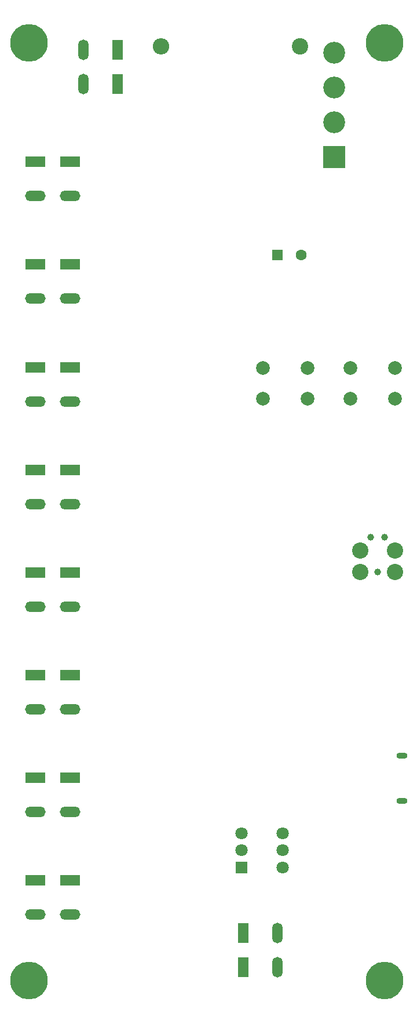
<source format=gbs>
G04 #@! TF.GenerationSoftware,KiCad,Pcbnew,8.0.8+1*
G04 #@! TF.CreationDate,2025-02-28T15:38:06+00:00*
G04 #@! TF.ProjectId,belegt,62656c65-6774-42e6-9b69-6361645f7063,rev?*
G04 #@! TF.SameCoordinates,Original*
G04 #@! TF.FileFunction,Soldermask,Bot*
G04 #@! TF.FilePolarity,Negative*
%FSLAX46Y46*%
G04 Gerber Fmt 4.6, Leading zero omitted, Abs format (unit mm)*
G04 Created by KiCad (PCBNEW 8.0.8+1) date 2025-02-28 15:38:06*
%MOMM*%
%LPD*%
G01*
G04 APERTURE LIST*
%ADD10R,3.000000X1.500000*%
%ADD11O,3.000000X1.500000*%
%ADD12C,2.000000*%
%ADD13C,5.500000*%
%ADD14C,2.374900*%
%ADD15C,0.990600*%
%ADD16R,1.500000X3.000000*%
%ADD17O,1.500000X3.000000*%
%ADD18R,1.600000X1.600000*%
%ADD19C,1.600000*%
%ADD20O,1.600000X0.900000*%
%ADD21R,3.200000X3.200000*%
%ADD22C,3.200000*%
%ADD23C,2.400000*%
%ADD24O,2.400000X2.400000*%
%ADD25R,1.800000X1.800000*%
%ADD26C,1.800000*%
G04 APERTURE END LIST*
D10*
X90000000Y-66350000D03*
X85000000Y-66350000D03*
D11*
X90000000Y-71350000D03*
X85000000Y-71350000D03*
D10*
X90000000Y-141350000D03*
X85000000Y-141350000D03*
D11*
X90000000Y-146350000D03*
X85000000Y-146350000D03*
D12*
X131000000Y-81500000D03*
X137500000Y-81500000D03*
X131000000Y-86000000D03*
X137500000Y-86000000D03*
X118250000Y-81500000D03*
X124750000Y-81500000D03*
X118250000Y-86000000D03*
X124750000Y-86000000D03*
D13*
X136000000Y-34000000D03*
D14*
X132460000Y-111290000D03*
D15*
X135000000Y-111290000D03*
D14*
X137540000Y-111290000D03*
X132460000Y-108115000D03*
X137540000Y-108115000D03*
D15*
X133984000Y-106210000D03*
X136016000Y-106210000D03*
D10*
X90000000Y-156350000D03*
X85000000Y-156350000D03*
D11*
X90000000Y-161350000D03*
X85000000Y-161350000D03*
D16*
X115350000Y-164000000D03*
X115350000Y-169000000D03*
D17*
X120350000Y-164000000D03*
X120350000Y-169000000D03*
D13*
X84000000Y-34000000D03*
D10*
X90000000Y-126350000D03*
X85000000Y-126350000D03*
D11*
X90000000Y-131350000D03*
X85000000Y-131350000D03*
D10*
X90000000Y-111350000D03*
X85000000Y-111350000D03*
D11*
X90000000Y-116350000D03*
X85000000Y-116350000D03*
D10*
X90000000Y-51350000D03*
X85000000Y-51350000D03*
D11*
X90000000Y-56350000D03*
X85000000Y-56350000D03*
D10*
X90000000Y-81350000D03*
X85000000Y-81350000D03*
D11*
X90000000Y-86350000D03*
X85000000Y-86350000D03*
D18*
X120347349Y-65000000D03*
D19*
X123847349Y-65000000D03*
D20*
X138550000Y-144750000D03*
X138550000Y-138150000D03*
D13*
X136000000Y-171000000D03*
X84000000Y-171000000D03*
D21*
X128650000Y-50650000D03*
D22*
X128650000Y-45570000D03*
X128650000Y-40490000D03*
X128650000Y-35410000D03*
D23*
X123660000Y-34500000D03*
D24*
X103340000Y-34500000D03*
D16*
X97000000Y-40000000D03*
X97000000Y-35000000D03*
D17*
X92000000Y-40000000D03*
X92000000Y-35000000D03*
D10*
X90000000Y-96350000D03*
X85000000Y-96350000D03*
D11*
X90000000Y-101350000D03*
X85000000Y-101350000D03*
D25*
X115077500Y-154422500D03*
D26*
X115077500Y-151922500D03*
X115077500Y-149422500D03*
X121077500Y-154422500D03*
X121077500Y-151922500D03*
X121077500Y-149422500D03*
M02*

</source>
